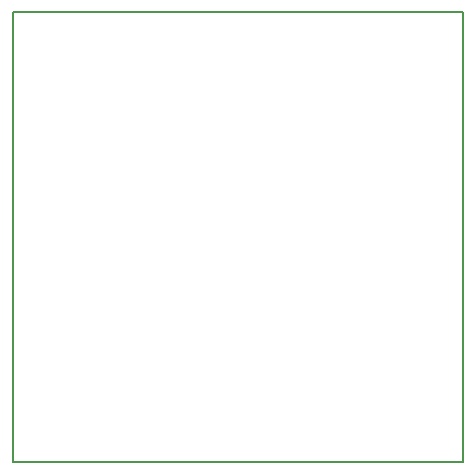
<source format=gko>
G75*
%MOIN*%
%OFA0B0*%
%FSLAX25Y25*%
%IPPOS*%
%LPD*%
%AMOC8*
5,1,8,0,0,1.08239X$1,22.5*
%
%ADD10C,0.00800*%
D10*
X0166255Y0296400D02*
X0316255Y0296400D01*
X0316255Y0446400D01*
X0166255Y0446400D01*
X0166255Y0296400D01*
M02*

</source>
